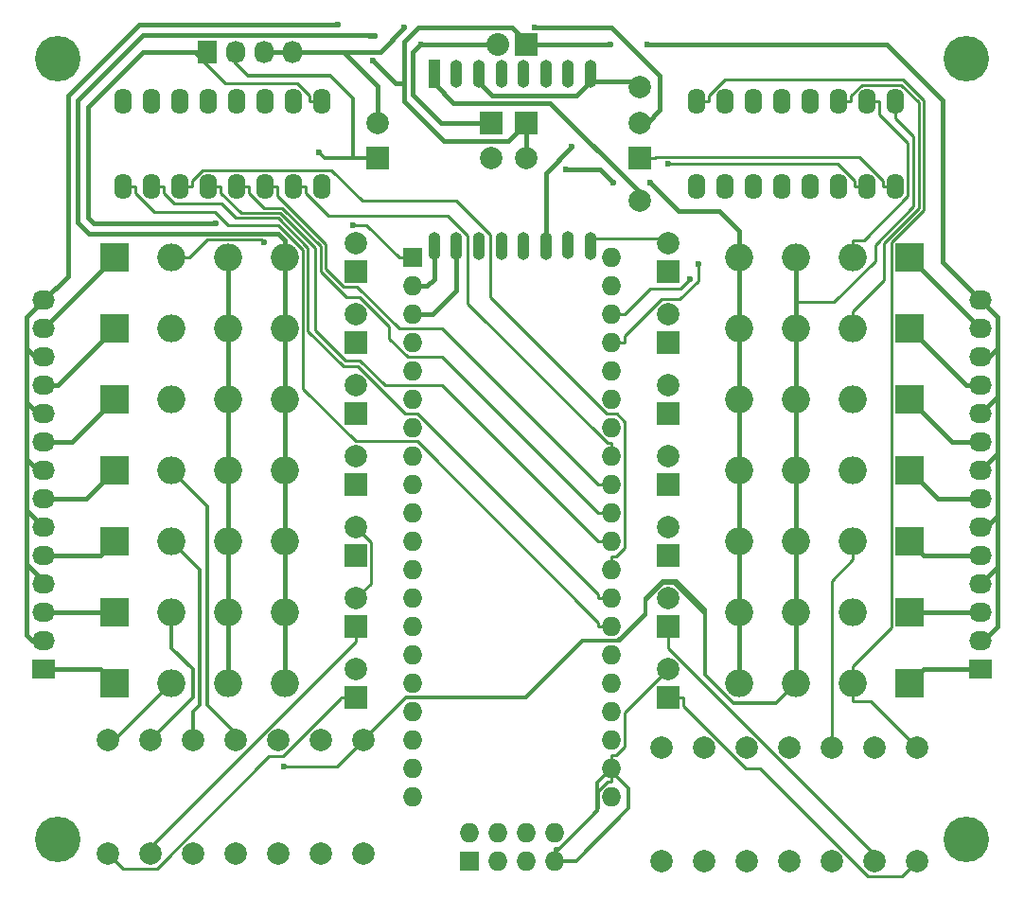
<source format=gbr>
G04 #@! TF.FileFunction,Copper,L1,Top,Signal*
%FSLAX46Y46*%
G04 Gerber Fmt 4.6, Leading zero omitted, Abs format (unit mm)*
G04 Created by KiCad (PCBNEW (2015-10-05 BZR 6247)-product) date Sun 11 Oct 2015 07:31:11 PM AWST*
%MOMM*%
G01*
G04 APERTURE LIST*
%ADD10C,0.100000*%
%ADD11C,4.064000*%
%ADD12R,1.727200X1.727200*%
%ADD13O,1.727200X1.727200*%
%ADD14C,1.998980*%
%ADD15R,1.998980X1.998980*%
%ADD16R,2.000000X2.000000*%
%ADD17C,2.000000*%
%ADD18R,2.032000X2.032000*%
%ADD19O,2.032000X2.032000*%
%ADD20R,1.727200X2.032000*%
%ADD21O,1.727200X2.032000*%
%ADD22R,2.032000X1.727200*%
%ADD23O,2.032000X1.727200*%
%ADD24O,1.600000X2.300000*%
%ADD25R,2.500000X2.500000*%
%ADD26O,2.500000X2.500000*%
%ADD27R,1.100000X2.500000*%
%ADD28O,1.100000X2.500000*%
%ADD29C,0.600000*%
%ADD30C,0.400000*%
%ADD31C,0.300000*%
%ADD32C,0.250000*%
G04 APERTURE END LIST*
D10*
D11*
X148590000Y-78740000D03*
X148590000Y-148590000D03*
X229870000Y-148590000D03*
D12*
X180340000Y-96520000D03*
D13*
X198120000Y-96520000D03*
X180340000Y-99060000D03*
X198120000Y-99060000D03*
X180340000Y-101600000D03*
X198120000Y-101600000D03*
X180340000Y-104140000D03*
X198120000Y-104140000D03*
X180340000Y-106680000D03*
X198120000Y-106680000D03*
X180340000Y-109220000D03*
X198120000Y-109220000D03*
X180340000Y-111760000D03*
X198120000Y-111760000D03*
X180340000Y-114300000D03*
X198120000Y-114300000D03*
X180340000Y-116840000D03*
X198120000Y-116840000D03*
X180340000Y-119380000D03*
X198120000Y-119380000D03*
X180340000Y-121920000D03*
X198120000Y-121920000D03*
X180340000Y-124460000D03*
X198120000Y-124460000D03*
X180340000Y-127000000D03*
X198120000Y-127000000D03*
X180340000Y-129540000D03*
X198120000Y-129540000D03*
X180340000Y-132080000D03*
X198120000Y-132080000D03*
X180340000Y-134620000D03*
X198120000Y-134620000D03*
X180340000Y-137160000D03*
X198120000Y-137160000D03*
X180340000Y-139700000D03*
X198120000Y-139700000D03*
X180340000Y-142240000D03*
X198120000Y-142240000D03*
X180340000Y-144780000D03*
X198120000Y-144780000D03*
D14*
X177165000Y-84457540D03*
D15*
X187325000Y-84457540D03*
D14*
X187325000Y-87627460D03*
D15*
X177165000Y-87627460D03*
D14*
X200660000Y-84452460D03*
D15*
X190500000Y-84452460D03*
D14*
X190500000Y-87632540D03*
D15*
X200660000Y-87632540D03*
D16*
X203200000Y-135890000D03*
D17*
X203200000Y-133350000D03*
D16*
X203200000Y-129540000D03*
D17*
X203200000Y-127000000D03*
D16*
X203200000Y-123190000D03*
D17*
X203200000Y-120650000D03*
D16*
X203200000Y-116840000D03*
D17*
X203200000Y-114300000D03*
D16*
X203200000Y-110490000D03*
D17*
X203200000Y-107950000D03*
D16*
X203200000Y-104140000D03*
D17*
X203200000Y-101600000D03*
D16*
X203200000Y-97790000D03*
D17*
X203200000Y-95250000D03*
D16*
X175260000Y-135890000D03*
D17*
X175260000Y-133350000D03*
D16*
X175260000Y-129540000D03*
D17*
X175260000Y-127000000D03*
D16*
X175260000Y-123190000D03*
D17*
X175260000Y-120650000D03*
D16*
X175260000Y-116840000D03*
D17*
X175260000Y-114300000D03*
D16*
X175260000Y-110490000D03*
D17*
X175260000Y-107950000D03*
D16*
X175260000Y-104140000D03*
D17*
X175260000Y-101600000D03*
D16*
X175260000Y-97790000D03*
D17*
X175260000Y-95250000D03*
D18*
X190500000Y-77470000D03*
D19*
X187960000Y-77470000D03*
D12*
X185420000Y-150495000D03*
D13*
X185420000Y-147955000D03*
X187960000Y-150495000D03*
X187960000Y-147955000D03*
X190500000Y-150495000D03*
X190500000Y-147955000D03*
X193040000Y-150495000D03*
X193040000Y-147955000D03*
D20*
X161925000Y-78105000D03*
D21*
X164465000Y-78105000D03*
X167005000Y-78105000D03*
X169545000Y-78105000D03*
D22*
X147320000Y-133350000D03*
D23*
X147320000Y-130810000D03*
X147320000Y-128270000D03*
X147320000Y-125730000D03*
X147320000Y-123190000D03*
X147320000Y-120650000D03*
X147320000Y-118110000D03*
X147320000Y-115570000D03*
X147320000Y-113030000D03*
X147320000Y-110490000D03*
X147320000Y-107950000D03*
X147320000Y-105410000D03*
X147320000Y-102870000D03*
X147320000Y-100330000D03*
D22*
X231140000Y-133350000D03*
D23*
X231140000Y-130810000D03*
X231140000Y-128270000D03*
X231140000Y-125730000D03*
X231140000Y-123190000D03*
X231140000Y-120650000D03*
X231140000Y-118110000D03*
X231140000Y-115570000D03*
X231140000Y-113030000D03*
X231140000Y-110490000D03*
X231140000Y-107950000D03*
X231140000Y-105410000D03*
X231140000Y-102870000D03*
X231140000Y-100330000D03*
D14*
X200660000Y-81280000D03*
X200660000Y-91440000D03*
X225425000Y-140335000D03*
X225425000Y-150495000D03*
X221615000Y-140335000D03*
X221615000Y-150495000D03*
X217805000Y-140335000D03*
X217805000Y-150495000D03*
X213995000Y-140335000D03*
X213995000Y-150495000D03*
X210185000Y-140335000D03*
X210185000Y-150495000D03*
X206375000Y-140335000D03*
X206375000Y-150495000D03*
X202565000Y-140335000D03*
X202565000Y-150495000D03*
X153035000Y-139700000D03*
X153035000Y-149860000D03*
X156845000Y-139700000D03*
X156845000Y-149860000D03*
X160655000Y-139700000D03*
X160655000Y-149860000D03*
X164465000Y-139700000D03*
X164465000Y-149860000D03*
X168275000Y-139700000D03*
X168275000Y-149860000D03*
X172085000Y-139700000D03*
X172085000Y-149860000D03*
X175895000Y-139700000D03*
X175895000Y-149860000D03*
D24*
X154432000Y-90170000D03*
X156972000Y-90170000D03*
X159512000Y-90170000D03*
X162052000Y-90170000D03*
X164592000Y-90170000D03*
X167132000Y-90170000D03*
X169672000Y-90170000D03*
X172212000Y-90170000D03*
X172212000Y-82550000D03*
X169672000Y-82550000D03*
X167132000Y-82550000D03*
X164592000Y-82550000D03*
X162052000Y-82550000D03*
X159512000Y-82550000D03*
X156972000Y-82550000D03*
X154432000Y-82550000D03*
X205740000Y-90170000D03*
X208280000Y-90170000D03*
X210820000Y-90170000D03*
X213360000Y-90170000D03*
X215900000Y-90170000D03*
X218440000Y-90170000D03*
X220980000Y-90170000D03*
X223520000Y-90170000D03*
X223520000Y-82550000D03*
X220980000Y-82550000D03*
X218440000Y-82550000D03*
X215900000Y-82550000D03*
X213360000Y-82550000D03*
X210820000Y-82550000D03*
X208280000Y-82550000D03*
X205740000Y-82550000D03*
D25*
X224790000Y-109220000D03*
D26*
X219710000Y-109220000D03*
X214630000Y-109220000D03*
X209550000Y-109220000D03*
D25*
X153670000Y-102870000D03*
D26*
X158750000Y-102870000D03*
X163830000Y-102870000D03*
X168910000Y-102870000D03*
D25*
X153670000Y-96520000D03*
D26*
X158750000Y-96520000D03*
X163830000Y-96520000D03*
X168910000Y-96520000D03*
D25*
X224790000Y-134620000D03*
D26*
X219710000Y-134620000D03*
X214630000Y-134620000D03*
X209550000Y-134620000D03*
D25*
X224790000Y-102870000D03*
D26*
X219710000Y-102870000D03*
X214630000Y-102870000D03*
X209550000Y-102870000D03*
D25*
X224790000Y-128270000D03*
D26*
X219710000Y-128270000D03*
X214630000Y-128270000D03*
X209550000Y-128270000D03*
D25*
X224790000Y-121920000D03*
D26*
X219710000Y-121920000D03*
X214630000Y-121920000D03*
X209550000Y-121920000D03*
D25*
X224790000Y-115570000D03*
D26*
X219710000Y-115570000D03*
X214630000Y-115570000D03*
X209550000Y-115570000D03*
D25*
X153670000Y-134620000D03*
D26*
X158750000Y-134620000D03*
X163830000Y-134620000D03*
X168910000Y-134620000D03*
D25*
X153670000Y-128270000D03*
D26*
X158750000Y-128270000D03*
X163830000Y-128270000D03*
X168910000Y-128270000D03*
D25*
X153670000Y-121920000D03*
D26*
X158750000Y-121920000D03*
X163830000Y-121920000D03*
X168910000Y-121920000D03*
D25*
X153670000Y-115570000D03*
D26*
X158750000Y-115570000D03*
X163830000Y-115570000D03*
X168910000Y-115570000D03*
D25*
X153670000Y-109220000D03*
D26*
X158750000Y-109220000D03*
X163830000Y-109220000D03*
X168910000Y-109220000D03*
D25*
X224790000Y-96520000D03*
D26*
X219710000Y-96520000D03*
X214630000Y-96520000D03*
X209550000Y-96520000D03*
D27*
X182245000Y-80072000D03*
D28*
X184245000Y-80072000D03*
X186245000Y-80072000D03*
X188245000Y-80072000D03*
X190245000Y-80072000D03*
X192245000Y-80072000D03*
X194245000Y-80072000D03*
X196245000Y-80072000D03*
X196245000Y-95472000D03*
X194245000Y-95372000D03*
X192245000Y-95472000D03*
X190245000Y-95472000D03*
X188245000Y-95472000D03*
X186245000Y-95472000D03*
X184245000Y-95472000D03*
X182245000Y-95472000D03*
D11*
X229870000Y-78740000D03*
D29*
X179578000Y-75946000D03*
X191262000Y-75946000D03*
X194056000Y-88646000D03*
X198247000Y-89789000D03*
X201549000Y-89789000D03*
X176911000Y-76708000D03*
X181102000Y-77470000D03*
X171958000Y-87122000D03*
X173609000Y-75692000D03*
X176784000Y-78867000D03*
X201295000Y-77470000D03*
X197993000Y-77470000D03*
X162687000Y-93472000D03*
X168820000Y-141999000D03*
X175027200Y-93569800D03*
X167027300Y-95150200D03*
X194564000Y-86614000D03*
X203172000Y-88142400D03*
X205157000Y-98432700D03*
X205907000Y-97116400D03*
D30*
X177419000Y-78105000D02*
X174117000Y-78105000D01*
X179578000Y-75946000D02*
X177419000Y-78105000D01*
X198120000Y-75946000D02*
X191262000Y-75946000D01*
X202438000Y-80264000D02*
X198120000Y-75946000D01*
X202438000Y-83312000D02*
X202438000Y-80264000D01*
X201298000Y-84452500D02*
X202438000Y-83312000D01*
X200660000Y-84452500D02*
X201298000Y-84452500D01*
X169545000Y-78105000D02*
X167005000Y-78105000D01*
X174117000Y-78105000D02*
X169545000Y-78105000D01*
X177165000Y-81153000D02*
X174117000Y-78105000D01*
X177165000Y-84457500D02*
X177165000Y-81153000D01*
X176403000Y-76708000D02*
X176276000Y-76581000D01*
X197104000Y-88646000D02*
X194056000Y-88646000D01*
X198247000Y-89789000D02*
X197104000Y-88646000D01*
X204089000Y-92329000D02*
X201549000Y-89789000D01*
X207772000Y-92329000D02*
X204089000Y-92329000D01*
X209550000Y-94107000D02*
X207772000Y-92329000D01*
X209550000Y-96520000D02*
X209550000Y-94107000D01*
X181102000Y-77470000D02*
X180975000Y-77470000D01*
X209550000Y-96520000D02*
X209169000Y-96520000D01*
X168910000Y-102870000D02*
X168910000Y-96520000D01*
X168910000Y-109220000D02*
X168910000Y-102870000D01*
X168910000Y-115570000D02*
X168910000Y-109220000D01*
X168910000Y-121920000D02*
X168910000Y-115570000D01*
X168910000Y-128270000D02*
X168910000Y-121920000D01*
X168910000Y-134620000D02*
X168910000Y-128270000D01*
X209550000Y-102870000D02*
X209550000Y-96520000D01*
X209550000Y-109220000D02*
X209550000Y-102870000D01*
X209550000Y-115570000D02*
X209550000Y-109220000D01*
X209550000Y-121920000D02*
X209550000Y-115570000D01*
X209550000Y-128270000D02*
X209550000Y-121920000D01*
X209550000Y-134620000D02*
X209550000Y-128270000D01*
X182883000Y-84457500D02*
X187325000Y-84457500D01*
X180340000Y-81915000D02*
X182883000Y-84457500D01*
X180340000Y-78105000D02*
X180340000Y-81915000D01*
X180975000Y-77470000D02*
X180340000Y-78105000D01*
X175641000Y-76581000D02*
X176276000Y-76581000D01*
X176784000Y-76581000D02*
X176911000Y-76708000D01*
X176276000Y-76581000D02*
X176784000Y-76581000D01*
X156210000Y-76581000D02*
X175641000Y-76581000D01*
X150368000Y-82423000D02*
X156210000Y-76581000D01*
X150368000Y-93345000D02*
X150368000Y-82423000D01*
X151384000Y-94361000D02*
X150368000Y-93345000D01*
X168275000Y-94361000D02*
X151384000Y-94361000D01*
X168910000Y-94996000D02*
X168275000Y-94361000D01*
X168910000Y-96520000D02*
X168910000Y-94996000D01*
X175641000Y-76581000D02*
X176276000Y-76581000D01*
X176911000Y-76708000D02*
X176403000Y-76708000D01*
X176403000Y-76708000D02*
X176276000Y-76581000D01*
X187960000Y-77470000D02*
X181102000Y-77470000D01*
X181102000Y-77470000D02*
X180975000Y-77470000D01*
D31*
X164465000Y-78105000D02*
X164465000Y-79121000D01*
X164465000Y-79121000D02*
X165608000Y-80264000D01*
X165608000Y-80264000D02*
X172974000Y-80264000D01*
X172974000Y-80264000D02*
X175006000Y-82296000D01*
X175006000Y-82296000D02*
X175006000Y-87627460D01*
X172463460Y-87627460D02*
X175006000Y-87627460D01*
X175006000Y-87627460D02*
X177165000Y-87627460D01*
X171958000Y-87122000D02*
X172463460Y-87627460D01*
X194945000Y-150495000D02*
X193040000Y-150495000D01*
X199644000Y-145796000D02*
X194945000Y-150495000D01*
X199644000Y-144018000D02*
X199644000Y-145796000D01*
X198120000Y-142494000D02*
X199644000Y-144018000D01*
X198120000Y-142240000D02*
X198120000Y-142494000D01*
X196850000Y-146050000D02*
X196850000Y-145868000D01*
X193040000Y-149860000D02*
X196850000Y-146050000D01*
X193040000Y-150495000D02*
X193040000Y-149860000D01*
X196850000Y-143510000D02*
X198120000Y-142240000D01*
X196850000Y-145868000D02*
X196850000Y-143510000D01*
D32*
X202722000Y-94772000D02*
X203200000Y-95250000D01*
X196245000Y-94772000D02*
X202722000Y-94772000D01*
X176585000Y-121975000D02*
X175260000Y-120650000D01*
X176585000Y-125675000D02*
X176585000Y-121975000D01*
X175260000Y-127000000D02*
X176585000Y-125675000D01*
X199309000Y-137241000D02*
X203200000Y-133350000D01*
X199309000Y-140234000D02*
X199309000Y-137241000D01*
X198492000Y-141051000D02*
X199309000Y-140234000D01*
X198120000Y-141051000D02*
X198492000Y-141051000D01*
X198120000Y-142240000D02*
X198120000Y-141051000D01*
X201985000Y-87632500D02*
X200660000Y-87632500D01*
X202113000Y-87504400D02*
X201985000Y-87632500D01*
X220292000Y-87504400D02*
X202113000Y-87504400D01*
X222395000Y-89607400D02*
X220292000Y-87504400D01*
X222395000Y-90170000D02*
X222395000Y-89607400D01*
X223520000Y-90170000D02*
X222395000Y-90170000D01*
X196931000Y-145787000D02*
X196850000Y-145868000D01*
X196931000Y-144246000D02*
X196931000Y-145787000D01*
X197748000Y-143429000D02*
X196931000Y-144246000D01*
X198120000Y-143429000D02*
X197748000Y-143429000D01*
X198120000Y-142240000D02*
X198120000Y-143429000D01*
X193040000Y-149306000D02*
X193040000Y-150495000D01*
X193412000Y-149306000D02*
X193040000Y-149306000D01*
X196850000Y-145868000D02*
X193412000Y-149306000D01*
D30*
X149479000Y-98171000D02*
X147320000Y-100330000D01*
X149479000Y-82042000D02*
X149479000Y-98171000D01*
X155829000Y-75692000D02*
X149479000Y-82042000D01*
X173609000Y-75692000D02*
X155829000Y-75692000D01*
X178816000Y-80899000D02*
X176784000Y-78867000D01*
X179578000Y-80899000D02*
X178816000Y-80899000D01*
X190500000Y-77470000D02*
X197993000Y-77470000D01*
X227711000Y-96901000D02*
X231140000Y-100330000D01*
X227711000Y-82423000D02*
X227711000Y-96901000D01*
X222758000Y-77470000D02*
X227711000Y-82423000D01*
X201295000Y-77470000D02*
X222758000Y-77470000D01*
X231648000Y-120650000D02*
X232664000Y-119634000D01*
X231140000Y-120650000D02*
X231648000Y-120650000D01*
X231140000Y-115570000D02*
X232664000Y-114046000D01*
X231902000Y-105410000D02*
X232664000Y-104648000D01*
X231140000Y-105410000D02*
X231902000Y-105410000D01*
X146812000Y-115570000D02*
X145796000Y-114554000D01*
X147320000Y-115570000D02*
X146812000Y-115570000D01*
X147320000Y-125476000D02*
X145796000Y-123952000D01*
X147320000Y-125730000D02*
X147320000Y-125476000D01*
X146812000Y-110490000D02*
X145796000Y-109474000D01*
X147320000Y-110490000D02*
X146812000Y-110490000D01*
X146558000Y-105410000D02*
X145796000Y-104648000D01*
X147320000Y-105410000D02*
X146558000Y-105410000D01*
X190500000Y-84452500D02*
X190500000Y-87632500D01*
X179578000Y-77216000D02*
X179578000Y-80899000D01*
X180848000Y-75946000D02*
X179578000Y-77216000D01*
X189230000Y-75946000D02*
X180848000Y-75946000D01*
X190500000Y-77216000D02*
X189230000Y-75946000D01*
X190500000Y-77470000D02*
X190500000Y-77216000D01*
X188846000Y-86106000D02*
X190500000Y-84452500D01*
X183134000Y-86106000D02*
X188846000Y-86106000D01*
X179578000Y-82550000D02*
X183134000Y-86106000D01*
X179578000Y-80899000D02*
X179578000Y-82550000D01*
X145796000Y-101854000D02*
X147320000Y-100330000D01*
X145796000Y-104648000D02*
X145796000Y-101854000D01*
X145796000Y-109474000D02*
X145796000Y-104648000D01*
X145796000Y-130302000D02*
X145796000Y-123952000D01*
X146304000Y-130810000D02*
X145796000Y-130302000D01*
X147320000Y-130810000D02*
X146304000Y-130810000D01*
X232664000Y-101854000D02*
X231140000Y-100330000D01*
X232664000Y-104648000D02*
X232664000Y-101854000D01*
X232664000Y-108966000D02*
X232664000Y-104648000D01*
X232664000Y-109220000D02*
X232664000Y-108966000D01*
X232664000Y-114046000D02*
X232664000Y-109220000D01*
X232664000Y-119634000D02*
X232664000Y-114046000D01*
X232664000Y-124206000D02*
X232664000Y-119634000D01*
X232664000Y-129540000D02*
X232664000Y-124460000D01*
X231394000Y-130810000D02*
X232664000Y-129540000D01*
X231140000Y-130810000D02*
X231394000Y-130810000D01*
X232664000Y-124460000D02*
X232664000Y-124206000D01*
X231140000Y-125730000D02*
X232664000Y-124206000D01*
X232664000Y-124206000D02*
X232664000Y-124460000D01*
X231140000Y-110490000D02*
X232664000Y-108966000D01*
X232664000Y-108966000D02*
X232664000Y-109220000D01*
X147320000Y-120650000D02*
X145796000Y-119126000D01*
X145796000Y-119126000D02*
X145796000Y-119380000D01*
X145796000Y-123952000D02*
X145796000Y-119380000D01*
X145796000Y-119380000D02*
X145796000Y-119126000D01*
X145796000Y-119126000D02*
X145796000Y-114554000D01*
X145796000Y-114554000D02*
X145796000Y-109474000D01*
D32*
X224073000Y-151847000D02*
X225425000Y-150495000D01*
X221031000Y-151847000D02*
X224073000Y-151847000D01*
X211379000Y-142196000D02*
X221031000Y-151847000D01*
X210109000Y-142196000D02*
X211379000Y-142196000D01*
X204525000Y-136611000D02*
X210109000Y-142196000D01*
X204525000Y-135890000D02*
X204525000Y-136611000D01*
X203200000Y-135890000D02*
X204525000Y-135890000D01*
X203200000Y-131476000D02*
X203200000Y-129540000D01*
X221615000Y-149890000D02*
X203200000Y-131476000D01*
X221615000Y-150495000D02*
X221615000Y-149890000D01*
X154379000Y-151204000D02*
X153035000Y-149860000D01*
X157437000Y-151204000D02*
X154379000Y-151204000D01*
X167499000Y-141142000D02*
X157437000Y-151204000D01*
X168769000Y-141142000D02*
X167499000Y-141142000D01*
X173935000Y-135976000D02*
X168769000Y-141142000D01*
X173935000Y-135890000D02*
X173935000Y-135976000D01*
X175260000Y-135890000D02*
X173935000Y-135890000D01*
X156845000Y-149256000D02*
X156845000Y-149860000D01*
X175236000Y-130865000D02*
X156845000Y-149256000D01*
X175260000Y-130865000D02*
X175236000Y-130865000D01*
X175260000Y-129540000D02*
X175260000Y-130865000D01*
D30*
X152400000Y-133350000D02*
X153670000Y-134620000D01*
X147320000Y-133350000D02*
X152400000Y-133350000D01*
D31*
X153670000Y-139700000D02*
X158750000Y-134620000D01*
X153035000Y-139700000D02*
X153670000Y-139700000D01*
D30*
X163830000Y-102870000D02*
X163830000Y-96520000D01*
X163830000Y-109220000D02*
X163830000Y-102870000D01*
X163830000Y-115570000D02*
X163830000Y-109220000D01*
X163830000Y-121920000D02*
X163830000Y-115570000D01*
X163830000Y-128270000D02*
X163830000Y-121920000D01*
X214630000Y-134620000D02*
X214630000Y-128270000D01*
X214630000Y-121920000D02*
X214630000Y-128270000D01*
X214630000Y-115570000D02*
X214630000Y-121920000D01*
X214630000Y-109220000D02*
X214630000Y-115570000D01*
X214630000Y-102870000D02*
X214630000Y-109220000D01*
X163830000Y-134620000D02*
X163830000Y-128270000D01*
D32*
X173596000Y-141999000D02*
X175895000Y-139700000D01*
X168820000Y-141999000D02*
X173596000Y-141999000D01*
X195510000Y-130810000D02*
X198544000Y-130810000D01*
X190430000Y-135890000D02*
X195510000Y-130810000D01*
X179705000Y-135890000D02*
X190430000Y-135890000D01*
X218028000Y-100488000D02*
X214630000Y-100488000D01*
X221712000Y-96803900D02*
X218028000Y-100488000D01*
X221712000Y-95342200D02*
X221712000Y-96803900D01*
X225143000Y-91911100D02*
X221712000Y-95342200D01*
X225143000Y-85647900D02*
X225143000Y-91911100D01*
X223520000Y-84025300D02*
X225143000Y-85647900D01*
X223520000Y-82550000D02*
X223520000Y-84025300D01*
D30*
X214630000Y-96520000D02*
X214630000Y-100488000D01*
X214630000Y-100488000D02*
X214630000Y-102870000D01*
D31*
X175895000Y-139700000D02*
X179705000Y-135890000D01*
X179705000Y-135890000D02*
X190430000Y-135890000D01*
X190430000Y-135890000D02*
X195510000Y-130810000D01*
X195510000Y-130810000D02*
X198544000Y-130810000D01*
X201168000Y-128524000D02*
X201168000Y-127144000D01*
X198882000Y-130810000D02*
X201168000Y-128524000D01*
X198544000Y-130810000D02*
X198882000Y-130810000D01*
D32*
X201153000Y-127159000D02*
X201168000Y-127144000D01*
X201153000Y-128200000D02*
X201153000Y-127159000D01*
X198544000Y-130810000D02*
X201153000Y-128200000D01*
D31*
X206474000Y-127988000D02*
X206474000Y-128386000D01*
X203962000Y-125476000D02*
X206474000Y-127988000D01*
X202692000Y-125476000D02*
X203962000Y-125476000D01*
X201168000Y-127000000D02*
X202692000Y-125476000D01*
X201168000Y-127144000D02*
X201168000Y-127000000D01*
D32*
X203738000Y-125650000D02*
X206474000Y-128386000D01*
X202662000Y-125650000D02*
X203738000Y-125650000D01*
X201168000Y-127144000D02*
X202662000Y-125650000D01*
X206474000Y-128386000D02*
X206474000Y-133811000D01*
D31*
X206474000Y-128386000D02*
X206474000Y-133811000D01*
X212852000Y-136398000D02*
X214630000Y-134620000D01*
X209062000Y-136398000D02*
X212852000Y-136398000D01*
X206474000Y-133811000D02*
X209062000Y-136398000D01*
D30*
X161925000Y-78105000D02*
X160800200Y-78105000D01*
D32*
X171086700Y-81987400D02*
X171086700Y-82550000D01*
X169973600Y-80874300D02*
X171086700Y-81987400D01*
X163569500Y-80874300D02*
X169973600Y-80874300D01*
X160800200Y-78105000D02*
X163569500Y-80874300D01*
X172212000Y-82550000D02*
X171086700Y-82550000D01*
D30*
X151765000Y-93472000D02*
X162687000Y-93472000D01*
X151257000Y-92964000D02*
X151765000Y-93472000D01*
X151257000Y-83058000D02*
X151257000Y-92964000D01*
X156210000Y-78105000D02*
X151257000Y-83058000D01*
X160800200Y-78105000D02*
X156210000Y-78105000D01*
D32*
X176200900Y-93569800D02*
X179151100Y-96520000D01*
X175027200Y-93569800D02*
X176200900Y-93569800D01*
X180340000Y-96520000D02*
X179151100Y-96520000D01*
D30*
X147320000Y-128270000D02*
X153670000Y-128270000D01*
D31*
X158750000Y-131445000D02*
X158750000Y-128270000D01*
X160655000Y-133350000D02*
X158750000Y-131445000D01*
X160655000Y-135890000D02*
X160655000Y-133350000D01*
X156845000Y-139700000D02*
X160655000Y-135890000D01*
D30*
X152400000Y-123190000D02*
X153670000Y-121920000D01*
X147320000Y-123190000D02*
X152400000Y-123190000D01*
D31*
X161290000Y-124460000D02*
X158750000Y-121920000D01*
X161290000Y-136525000D02*
X161290000Y-124460000D01*
X160655000Y-137160000D02*
X161290000Y-136525000D01*
X160655000Y-139700000D02*
X160655000Y-137160000D01*
X158750000Y-121920000D02*
X158488000Y-121920000D01*
D30*
X151130000Y-118110000D02*
X153670000Y-115570000D01*
X147320000Y-118110000D02*
X151130000Y-118110000D01*
D31*
X161925000Y-118745000D02*
X158750000Y-115570000D01*
X161925000Y-136525000D02*
X161925000Y-118745000D01*
X164465000Y-139065000D02*
X161925000Y-136525000D01*
X164465000Y-139700000D02*
X164465000Y-139065000D01*
D30*
X149860000Y-113030000D02*
X153670000Y-109220000D01*
X147320000Y-113030000D02*
X149860000Y-113030000D01*
X148590000Y-107950000D02*
X153670000Y-102870000D01*
X147320000Y-107950000D02*
X148590000Y-107950000D01*
X147320000Y-102870000D02*
X153670000Y-96520000D01*
D32*
X166763500Y-94886400D02*
X167027300Y-95150200D01*
X161958900Y-94886400D02*
X166763500Y-94886400D01*
X160325300Y-96520000D02*
X161958900Y-94886400D01*
X158750000Y-96520000D02*
X160325300Y-96520000D01*
D30*
X226060000Y-133350000D02*
X224790000Y-134620000D01*
X231140000Y-133350000D02*
X226060000Y-133350000D01*
D32*
X221285000Y-136195000D02*
X225425000Y-140335000D01*
X219710000Y-136195000D02*
X221285000Y-136195000D01*
X219710000Y-134620000D02*
X219710000Y-136195000D01*
X206865000Y-82550000D02*
X205740000Y-82550000D01*
X206865000Y-81987300D02*
X206865000Y-82550000D01*
X208301000Y-80551800D02*
X206865000Y-81987300D01*
X224202000Y-80551800D02*
X208301000Y-80551800D01*
X226043000Y-82393000D02*
X224202000Y-80551800D01*
X226043000Y-92284300D02*
X226043000Y-82393000D01*
X223170000Y-95157500D02*
X226043000Y-92284300D01*
X223170000Y-129585000D02*
X223170000Y-95157500D01*
X219710000Y-133045000D02*
X223170000Y-129585000D01*
X219710000Y-134620000D02*
X219710000Y-133045000D01*
D30*
X231140000Y-128270000D02*
X224790000Y-128270000D01*
X226060000Y-123190000D02*
X224790000Y-121920000D01*
X231140000Y-123190000D02*
X226060000Y-123190000D01*
D32*
X217805000Y-125400000D02*
X217805000Y-140335000D01*
X219710000Y-123495000D02*
X217805000Y-125400000D01*
X219710000Y-121920000D02*
X219710000Y-123495000D01*
D30*
X227330000Y-118110000D02*
X224790000Y-115570000D01*
X231140000Y-118110000D02*
X227330000Y-118110000D01*
X228600000Y-113030000D02*
X224790000Y-109220000D01*
X231140000Y-113030000D02*
X228600000Y-113030000D01*
X229870000Y-107950000D02*
X224790000Y-102870000D01*
X231140000Y-107950000D02*
X229870000Y-107950000D01*
D32*
X219565000Y-82550000D02*
X218440000Y-82550000D01*
X219565000Y-81987400D02*
X219565000Y-82550000D01*
X220512000Y-81041200D02*
X219565000Y-81987400D01*
X224004000Y-81041200D02*
X220512000Y-81041200D01*
X225593000Y-82629600D02*
X224004000Y-81041200D01*
X225593000Y-92097700D02*
X225593000Y-82629600D01*
X222456000Y-95234600D02*
X225593000Y-92097700D01*
X222456000Y-98548700D02*
X222456000Y-95234600D01*
X219710000Y-101295000D02*
X222456000Y-98548700D01*
X219710000Y-102870000D02*
X219710000Y-101295000D01*
D30*
X231140000Y-102870000D02*
X224790000Y-96520000D01*
D32*
X219710000Y-94944700D02*
X219710000Y-96520000D01*
X220695000Y-94944700D02*
X219710000Y-94944700D01*
X224645000Y-90994000D02*
X220695000Y-94944700D01*
X224645000Y-86215300D02*
X224645000Y-90994000D01*
X222105000Y-83675300D02*
X224645000Y-86215300D01*
X222105000Y-82550000D02*
X222105000Y-83675300D01*
X220980000Y-82550000D02*
X222105000Y-82550000D01*
D30*
X192245000Y-88933000D02*
X194564000Y-86614000D01*
X192245000Y-94772000D02*
X192245000Y-88933000D01*
X194975000Y-82042000D02*
X196245000Y-80772000D01*
X187452000Y-82042000D02*
X194975000Y-82042000D01*
X186245000Y-80835000D02*
X187452000Y-82042000D01*
X186245000Y-80772000D02*
X186245000Y-80835000D01*
X200152000Y-80772000D02*
X200660000Y-81280000D01*
X196245000Y-80772000D02*
X200152000Y-80772000D01*
X200660000Y-81280000D02*
X199898000Y-81280000D01*
X200660000Y-90678000D02*
X200660000Y-91440000D01*
X192624000Y-82642000D02*
X200660000Y-90678000D01*
X183988000Y-82642000D02*
X192624000Y-82642000D01*
X182245000Y-80899000D02*
X183988000Y-82642000D01*
X182245000Y-80772000D02*
X182245000Y-80899000D01*
D32*
X218378000Y-88142400D02*
X203172000Y-88142400D01*
X219855000Y-89619400D02*
X218378000Y-88142400D01*
X219855000Y-90170000D02*
X219855000Y-89619400D01*
X220980000Y-90170000D02*
X219855000Y-90170000D01*
D30*
X182245000Y-98425000D02*
X182245000Y-94772000D01*
X181610000Y-99060000D02*
X182245000Y-98425000D01*
X180340000Y-99060000D02*
X181610000Y-99060000D01*
X184245000Y-99473000D02*
X184245000Y-94772000D01*
X182118000Y-101600000D02*
X184245000Y-99473000D01*
X180340000Y-101600000D02*
X182118000Y-101600000D01*
D32*
X204302000Y-99288600D02*
X205157000Y-98432700D01*
X201620000Y-99288600D02*
X204302000Y-99288600D01*
X199309000Y-101600000D02*
X201620000Y-99288600D01*
X198120000Y-101600000D02*
X199309000Y-101600000D01*
X205907000Y-98567500D02*
X205907000Y-97116400D01*
X204244000Y-100231000D02*
X205907000Y-98567500D01*
X202624000Y-100231000D02*
X204244000Y-100231000D01*
X199309000Y-103546000D02*
X202624000Y-100231000D01*
X199309000Y-104140000D02*
X199309000Y-103546000D01*
X198120000Y-104140000D02*
X199309000Y-104140000D01*
X197748500Y-113111100D02*
X198120000Y-113111100D01*
X185245000Y-100607600D02*
X197748500Y-113111100D01*
X185245000Y-94533600D02*
X185245000Y-100607600D01*
X183476000Y-92764600D02*
X185245000Y-94533600D01*
X172829300Y-92764600D02*
X183476000Y-92764600D01*
X170797300Y-90732600D02*
X172829300Y-92764600D01*
X170797300Y-90170000D02*
X170797300Y-90732600D01*
X169672000Y-90170000D02*
X170797300Y-90170000D01*
X198120000Y-114300000D02*
X198120000Y-113111100D01*
X167132000Y-90170000D02*
X168257300Y-90170000D01*
X198120000Y-116840000D02*
X196931100Y-116840000D01*
X168257300Y-91018100D02*
X168257300Y-90170000D01*
X172544600Y-95305400D02*
X168257300Y-91018100D01*
X172544600Y-97534700D02*
X172544600Y-95305400D01*
X174125200Y-99115300D02*
X172544600Y-97534700D01*
X175350900Y-99115300D02*
X174125200Y-99115300D01*
X179105600Y-102870000D02*
X175350900Y-99115300D01*
X182961100Y-102870000D02*
X179105600Y-102870000D01*
X196931100Y-116840000D02*
X182961100Y-102870000D01*
X164592000Y-90170000D02*
X165717300Y-90170000D01*
X198120000Y-119380000D02*
X196931100Y-119380000D01*
X165717300Y-90707400D02*
X165717300Y-90170000D01*
X167076300Y-92066400D02*
X165717300Y-90707400D01*
X168668700Y-92066400D02*
X167076300Y-92066400D01*
X172094300Y-95492000D02*
X168668700Y-92066400D01*
X172094300Y-97721300D02*
X172094300Y-95492000D01*
X174390100Y-100017100D02*
X172094300Y-97721300D01*
X175611300Y-100017100D02*
X174390100Y-100017100D01*
X178231500Y-102637300D02*
X175611300Y-100017100D01*
X178231500Y-103738700D02*
X178231500Y-102637300D01*
X179902800Y-105410000D02*
X178231500Y-103738700D01*
X182961100Y-105410000D02*
X179902800Y-105410000D01*
X196931100Y-119380000D02*
X182961100Y-105410000D01*
X162052000Y-90170000D02*
X163177300Y-90170000D01*
X198120000Y-121920000D02*
X196931100Y-121920000D01*
X163177300Y-90732600D02*
X163177300Y-90170000D01*
X164961400Y-92516700D02*
X163177300Y-90732600D01*
X168482100Y-92516700D02*
X164961400Y-92516700D01*
X171644000Y-95678600D02*
X168482100Y-92516700D01*
X171644000Y-103031600D02*
X171644000Y-95678600D01*
X174286000Y-105673600D02*
X171644000Y-103031600D01*
X175622000Y-105673600D02*
X174286000Y-105673600D01*
X177898400Y-107950000D02*
X175622000Y-105673600D01*
X182961100Y-107950000D02*
X177898400Y-107950000D01*
X196931100Y-121920000D02*
X182961100Y-107950000D01*
X198489500Y-123271100D02*
X198120000Y-123271100D01*
X199312400Y-122448200D02*
X198489500Y-123271100D01*
X199312400Y-111197800D02*
X199312400Y-122448200D01*
X198604600Y-110490000D02*
X199312400Y-111197800D01*
X197698900Y-110490000D02*
X198604600Y-110490000D01*
X187245000Y-100036100D02*
X197698900Y-110490000D01*
X187245000Y-94490400D02*
X187245000Y-100036100D01*
X184182100Y-91427500D02*
X187245000Y-94490400D01*
X175812500Y-91427500D02*
X184182100Y-91427500D01*
X173067300Y-88682300D02*
X175812500Y-91427500D01*
X161562400Y-88682300D02*
X173067300Y-88682300D01*
X160637300Y-89607400D02*
X161562400Y-88682300D01*
X160637300Y-90170000D02*
X160637300Y-89607400D01*
X159512000Y-90170000D02*
X160637300Y-90170000D01*
X198120000Y-124460000D02*
X198120000Y-123271100D01*
X196931100Y-126628500D02*
X196931100Y-127000000D01*
X180726700Y-110424100D02*
X196931100Y-126628500D01*
X179634500Y-110424100D02*
X180726700Y-110424100D01*
X175425400Y-106215000D02*
X179634500Y-110424100D01*
X174135200Y-106215000D02*
X175425400Y-106215000D01*
X170968700Y-103048500D02*
X174135200Y-106215000D01*
X170968700Y-95640200D02*
X170968700Y-103048500D01*
X168295600Y-92967100D02*
X170968700Y-95640200D01*
X164515100Y-92967100D02*
X168295600Y-92967100D01*
X163196000Y-91648000D02*
X164515100Y-92967100D01*
X159012600Y-91648000D02*
X163196000Y-91648000D01*
X158097300Y-90732700D02*
X159012600Y-91648000D01*
X158097300Y-90170000D02*
X158097300Y-90732700D01*
X156972000Y-90170000D02*
X158097300Y-90170000D01*
X198120000Y-127000000D02*
X196931100Y-127000000D01*
X196931100Y-129168500D02*
X196931100Y-129540000D01*
X180711600Y-112949000D02*
X196931100Y-129168500D01*
X175229600Y-112949000D02*
X180711600Y-112949000D01*
X170518300Y-108237700D02*
X175229600Y-112949000D01*
X170518300Y-95826700D02*
X170518300Y-108237700D01*
X168267900Y-93576300D02*
X170518300Y-95826700D01*
X163785600Y-93576300D02*
X168267900Y-93576300D01*
X162629300Y-92420000D02*
X163785600Y-93576300D01*
X157244700Y-92420000D02*
X162629300Y-92420000D01*
X155557300Y-90732600D02*
X157244700Y-92420000D01*
X155557300Y-90170000D02*
X155557300Y-90732600D01*
X154432000Y-90170000D02*
X155557300Y-90170000D01*
X198120000Y-129540000D02*
X196931100Y-129540000D01*
M02*

</source>
